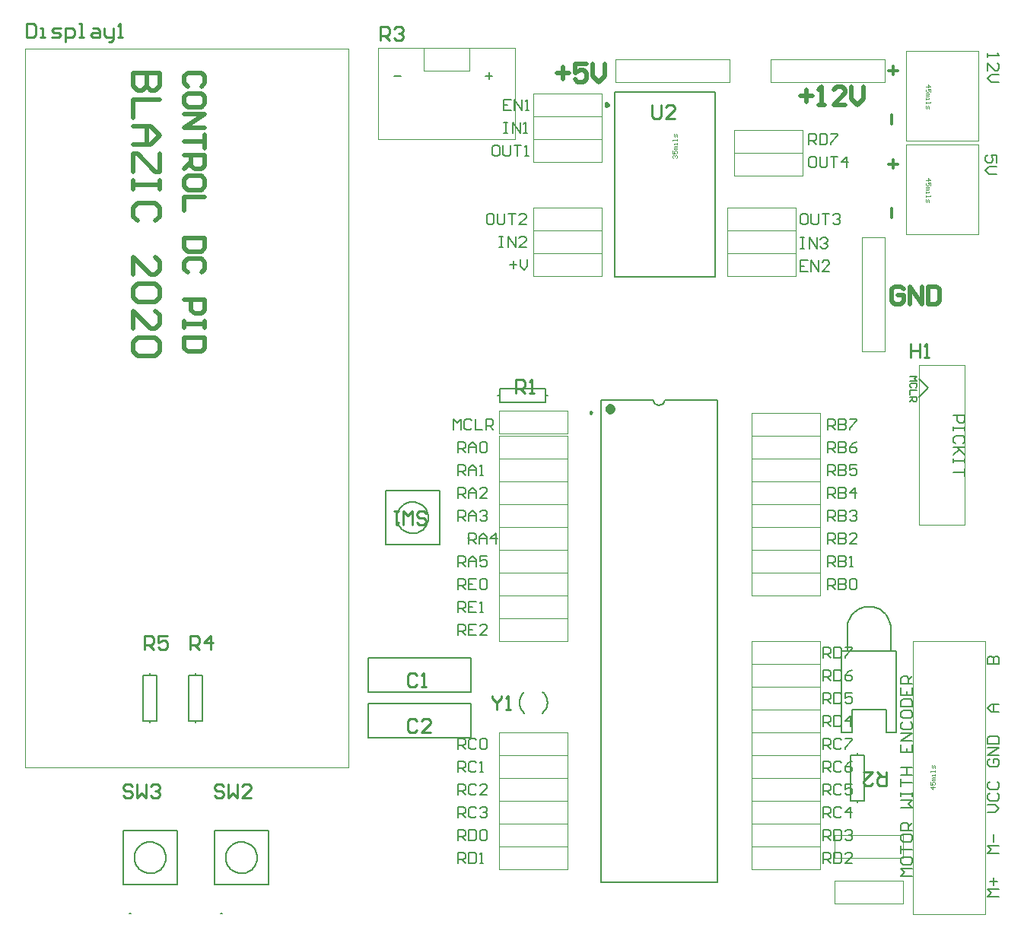
<source format=gto>
G04*
G04 #@! TF.GenerationSoftware,Altium Limited,Altium Designer,18.1.7 (191)*
G04*
G04 Layer_Color=65535*
%FSLAX25Y25*%
%MOIN*%
G70*
G01*
G75*
%ADD10C,0.01500*%
%ADD11C,0.00500*%
%ADD12C,0.00787*%
%ADD13C,0.02362*%
%ADD14C,0.00984*%
%ADD15C,0.00700*%
%ADD16C,0.00394*%
%ADD17C,0.01968*%
%ADD18C,0.00400*%
%ADD19C,0.01181*%
%ADD20C,0.01000*%
D10*
X220500Y365000D02*
X219750Y365433D01*
Y364567D01*
X220500Y365000D01*
D11*
X66890Y35000D02*
X66816Y36003D01*
X66598Y36985D01*
X66238Y37924D01*
X65746Y38802D01*
X65131Y39598D01*
X64407Y40296D01*
X63589Y40881D01*
X62695Y41341D01*
X61743Y41666D01*
X60754Y41848D01*
X59748Y41885D01*
X58749Y41775D01*
X57775Y41521D01*
X56850Y41127D01*
X55991Y40603D01*
X55218Y39960D01*
X54547Y39211D01*
X53992Y38372D01*
X53565Y37461D01*
X53275Y36498D01*
X53129Y35503D01*
Y34497D01*
X53275Y33502D01*
X53565Y32539D01*
X53992Y31628D01*
X54547Y30789D01*
X55218Y30040D01*
X55991Y29397D01*
X56850Y28873D01*
X57775Y28479D01*
X58749Y28225D01*
X59748Y28115D01*
X60754Y28152D01*
X61743Y28334D01*
X62695Y28659D01*
X63589Y29119D01*
X64407Y29704D01*
X65131Y30402D01*
X65746Y31198D01*
X66238Y32076D01*
X66598Y33015D01*
X66816Y33997D01*
X66890Y35000D01*
X26890D02*
X26816Y36003D01*
X26598Y36985D01*
X26238Y37924D01*
X25746Y38802D01*
X25131Y39598D01*
X24407Y40296D01*
X23589Y40881D01*
X22695Y41341D01*
X21743Y41666D01*
X20753Y41848D01*
X19748Y41885D01*
X18749Y41775D01*
X17775Y41521D01*
X16850Y41127D01*
X15991Y40603D01*
X15218Y39960D01*
X14547Y39211D01*
X13992Y38372D01*
X13565Y37461D01*
X13275Y36498D01*
X13129Y35503D01*
Y34497D01*
X13275Y33502D01*
X13565Y32539D01*
X13992Y31628D01*
X14547Y30789D01*
X15218Y30040D01*
X15991Y29397D01*
X16850Y28873D01*
X17775Y28479D01*
X18749Y28225D01*
X19748Y28115D01*
X20754Y28152D01*
X21743Y28334D01*
X22695Y28659D01*
X23589Y29119D01*
X24407Y29704D01*
X25131Y30402D01*
X25746Y31198D01*
X26238Y32076D01*
X26598Y33015D01*
X26816Y33997D01*
X26890Y35000D01*
X344500Y135500D02*
X344448Y136493D01*
X344292Y137475D01*
X344035Y138436D01*
X343679Y139364D01*
X343227Y140250D01*
X342686Y141084D01*
X342060Y141857D01*
X341357Y142560D01*
X340584Y143186D01*
X339750Y143727D01*
X338864Y144179D01*
X337936Y144535D01*
X336975Y144792D01*
X335993Y144948D01*
X335000Y145000D01*
X334007Y144948D01*
X333025Y144792D01*
X332064Y144535D01*
X331136Y144179D01*
X330250Y143727D01*
X329416Y143186D01*
X328643Y142560D01*
X327940Y141857D01*
X327314Y141084D01*
X326773Y140250D01*
X326321Y139364D01*
X325965Y138436D01*
X325708Y137475D01*
X325552Y136493D01*
X325500Y135500D01*
X141890Y184000D02*
X141816Y185003D01*
X141598Y185985D01*
X141238Y186924D01*
X140746Y187802D01*
X140131Y188598D01*
X139407Y189296D01*
X138589Y189881D01*
X137695Y190341D01*
X136743Y190666D01*
X135754Y190848D01*
X134748Y190885D01*
X133749Y190775D01*
X132775Y190521D01*
X131850Y190127D01*
X130991Y189603D01*
X130218Y188960D01*
X129547Y188211D01*
X128992Y187372D01*
X128565Y186461D01*
X128275Y185498D01*
X128129Y184503D01*
Y183497D01*
X128275Y182502D01*
X128565Y181539D01*
X128992Y180628D01*
X129547Y179789D01*
X130218Y179040D01*
X130991Y178397D01*
X131850Y177873D01*
X132775Y177479D01*
X133749Y177225D01*
X134748Y177115D01*
X135754Y177152D01*
X136743Y177334D01*
X137695Y177659D01*
X138589Y178119D01*
X139407Y178704D01*
X140131Y179402D01*
X140746Y180199D01*
X141238Y181076D01*
X141598Y182015D01*
X141816Y182997D01*
X141890Y184000D01*
X48189Y23189D02*
X71811D01*
X48189D02*
Y46811D01*
X71811D01*
Y23189D02*
Y46811D01*
X8189Y23189D02*
X31811D01*
X8189D02*
Y46811D01*
X31811D01*
Y23189D02*
Y46811D01*
X347000Y90000D02*
Y125500D01*
X323000D02*
X347000D01*
X323000Y90000D02*
Y125500D01*
X344500D02*
Y135500D01*
X325500Y125500D02*
Y135500D01*
X342500Y90000D02*
X347000D01*
X342500D02*
Y100000D01*
X327500D02*
X342500D01*
X327500Y90000D02*
Y100000D01*
X323000Y90000D02*
X327500D01*
X357000Y245000D02*
X361000Y241000D01*
X357000Y237000D02*
X361000Y241000D01*
X146811Y172189D02*
Y195811D01*
X123189Y172189D02*
X146811D01*
X123189D02*
Y195811D01*
X146811D01*
D12*
X51535Y10394D02*
X50748D01*
X51535D01*
X11535D02*
X10748D01*
X11535D01*
X183976Y107548D02*
X183252Y106794D01*
X182667Y105927D01*
X182239Y104973D01*
X181980Y103961D01*
X181898Y102918D01*
X181994Y101877D01*
X182268Y100868D01*
X182709Y99920D01*
X183306Y99062D01*
X184040Y98318D01*
X191960Y98357D02*
X192694Y99101D01*
X193291Y99960D01*
X193732Y100907D01*
X194006Y101917D01*
X194102Y102958D01*
X194020Y104000D01*
X193761Y105013D01*
X193333Y105966D01*
X192748Y106833D01*
X192024Y107588D01*
X160000Y175142D02*
X159213D01*
X160000D01*
X240500Y235709D02*
X240690Y234752D01*
X241232Y233941D01*
X242043Y233399D01*
X243000Y233209D01*
X243957Y233399D01*
X244768Y233941D01*
X245310Y234752D01*
X245500Y235709D01*
X40000Y95000D02*
X43000D01*
Y115000D01*
X37000D02*
X43000D01*
X37000Y95000D02*
Y115000D01*
Y95000D02*
X40000D01*
Y115000D02*
Y115900D01*
Y94100D02*
Y95000D01*
X17000Y115000D02*
X20000D01*
X17000Y95000D02*
Y115000D01*
Y95000D02*
X23000D01*
Y115000D01*
X20000D02*
X23000D01*
X20000Y94100D02*
Y95000D01*
Y115000D02*
Y115900D01*
X327000Y80000D02*
X330000D01*
X327000Y60000D02*
Y80000D01*
Y60000D02*
X333000D01*
Y80000D01*
X330000D02*
X333000D01*
X330000Y59100D02*
Y60000D01*
Y80000D02*
Y80900D01*
X160500Y87500D02*
Y102500D01*
X115500Y87500D02*
X160500D01*
X115500D02*
Y102500D01*
X160500D01*
Y107500D02*
Y122500D01*
X115500Y107500D02*
X160500D01*
X115500D02*
Y122500D01*
X160500D01*
X193189Y237709D02*
Y240709D01*
X173189D02*
X193189D01*
X173189Y234709D02*
Y240709D01*
Y234709D02*
X193189D01*
Y237709D01*
X172289D02*
X173189D01*
X193189D02*
X194089D01*
X217606Y24291D02*
X268394D01*
X245500Y235709D02*
X268394D01*
X217606D02*
X240500D01*
X268394Y24291D02*
Y235709D01*
X217606Y24291D02*
Y235709D01*
X155000Y32500D02*
Y37223D01*
X157361D01*
X158149Y36436D01*
Y34861D01*
X157361Y34074D01*
X155000D01*
X156574D02*
X158149Y32500D01*
X159723Y37223D02*
Y32500D01*
X162084D01*
X162872Y33287D01*
Y36436D01*
X162084Y37223D01*
X159723D01*
X164446Y32500D02*
X166020D01*
X165233D01*
Y37223D01*
X164446Y36436D01*
X155000Y42500D02*
Y47223D01*
X157361D01*
X158149Y46436D01*
Y44861D01*
X157361Y44074D01*
X155000D01*
X156574D02*
X158149Y42500D01*
X159723Y47223D02*
Y42500D01*
X162084D01*
X162872Y43287D01*
Y46436D01*
X162084Y47223D01*
X159723D01*
X164446Y46436D02*
X165233Y47223D01*
X166807D01*
X167594Y46436D01*
Y43287D01*
X166807Y42500D01*
X165233D01*
X164446Y43287D01*
Y46436D01*
X155000Y52500D02*
Y57223D01*
X157361D01*
X158149Y56436D01*
Y54861D01*
X157361Y54074D01*
X155000D01*
X156574D02*
X158149Y52500D01*
X162872Y56436D02*
X162084Y57223D01*
X160510D01*
X159723Y56436D01*
Y53287D01*
X160510Y52500D01*
X162084D01*
X162872Y53287D01*
X164446Y56436D02*
X165233Y57223D01*
X166807D01*
X167594Y56436D01*
Y55649D01*
X166807Y54861D01*
X166020D01*
X166807D01*
X167594Y54074D01*
Y53287D01*
X166807Y52500D01*
X165233D01*
X164446Y53287D01*
X155000Y62500D02*
Y67223D01*
X157361D01*
X158149Y66436D01*
Y64861D01*
X157361Y64074D01*
X155000D01*
X156574D02*
X158149Y62500D01*
X162872Y66436D02*
X162084Y67223D01*
X160510D01*
X159723Y66436D01*
Y63287D01*
X160510Y62500D01*
X162084D01*
X162872Y63287D01*
X167594Y62500D02*
X164446D01*
X167594Y65649D01*
Y66436D01*
X166807Y67223D01*
X165233D01*
X164446Y66436D01*
X155000Y72500D02*
Y77223D01*
X157361D01*
X158149Y76436D01*
Y74861D01*
X157361Y74074D01*
X155000D01*
X156574D02*
X158149Y72500D01*
X162872Y76436D02*
X162084Y77223D01*
X160510D01*
X159723Y76436D01*
Y73287D01*
X160510Y72500D01*
X162084D01*
X162872Y73287D01*
X164446Y72500D02*
X166020D01*
X165233D01*
Y77223D01*
X164446Y76436D01*
X155000Y82500D02*
Y87223D01*
X157361D01*
X158149Y86436D01*
Y84861D01*
X157361Y84074D01*
X155000D01*
X156574D02*
X158149Y82500D01*
X162872Y86436D02*
X162084Y87223D01*
X160510D01*
X159723Y86436D01*
Y83287D01*
X160510Y82500D01*
X162084D01*
X162872Y83287D01*
X164446Y86436D02*
X165233Y87223D01*
X166807D01*
X167594Y86436D01*
Y83287D01*
X166807Y82500D01*
X165233D01*
X164446Y83287D01*
Y86436D01*
X155000Y132500D02*
Y137223D01*
X157361D01*
X158149Y136436D01*
Y134861D01*
X157361Y134074D01*
X155000D01*
X156574D02*
X158149Y132500D01*
X162872Y137223D02*
X159723D01*
Y132500D01*
X162872D01*
X159723Y134861D02*
X161297D01*
X167594Y132500D02*
X164446D01*
X167594Y135649D01*
Y136436D01*
X166807Y137223D01*
X165233D01*
X164446Y136436D01*
X155000Y142500D02*
Y147223D01*
X157361D01*
X158149Y146436D01*
Y144861D01*
X157361Y144074D01*
X155000D01*
X156574D02*
X158149Y142500D01*
X162872Y147223D02*
X159723D01*
Y142500D01*
X162872D01*
X159723Y144861D02*
X161297D01*
X164446Y142500D02*
X166020D01*
X165233D01*
Y147223D01*
X164446Y146436D01*
X155000Y152500D02*
Y157223D01*
X157361D01*
X158149Y156436D01*
Y154861D01*
X157361Y154074D01*
X155000D01*
X156574D02*
X158149Y152500D01*
X162872Y157223D02*
X159723D01*
Y152500D01*
X162872D01*
X159723Y154861D02*
X161297D01*
X164446Y156436D02*
X165233Y157223D01*
X166807D01*
X167594Y156436D01*
Y153287D01*
X166807Y152500D01*
X165233D01*
X164446Y153287D01*
Y156436D01*
X155000Y162500D02*
Y167223D01*
X157361D01*
X158149Y166436D01*
Y164861D01*
X157361Y164074D01*
X155000D01*
X156574D02*
X158149Y162500D01*
X159723D02*
Y165649D01*
X161297Y167223D01*
X162872Y165649D01*
Y162500D01*
Y164861D01*
X159723D01*
X167594Y167223D02*
X164446D01*
Y164861D01*
X166020Y165649D01*
X166807D01*
X167594Y164861D01*
Y163287D01*
X166807Y162500D01*
X165233D01*
X164446Y163287D01*
X159606Y172500D02*
Y177223D01*
X161968D01*
X162755Y176436D01*
Y174861D01*
X161968Y174074D01*
X159606D01*
X161181D02*
X162755Y172500D01*
X164329D02*
Y175649D01*
X165903Y177223D01*
X167478Y175649D01*
Y172500D01*
Y174861D01*
X164329D01*
X171414Y172500D02*
Y177223D01*
X169052Y174861D01*
X172201D01*
X155000Y182500D02*
Y187223D01*
X157361D01*
X158149Y186436D01*
Y184861D01*
X157361Y184074D01*
X155000D01*
X156574D02*
X158149Y182500D01*
X159723D02*
Y185649D01*
X161297Y187223D01*
X162872Y185649D01*
Y182500D01*
Y184861D01*
X159723D01*
X164446Y186436D02*
X165233Y187223D01*
X166807D01*
X167594Y186436D01*
Y185649D01*
X166807Y184861D01*
X166020D01*
X166807D01*
X167594Y184074D01*
Y183287D01*
X166807Y182500D01*
X165233D01*
X164446Y183287D01*
X155000Y192500D02*
Y197223D01*
X157361D01*
X158149Y196436D01*
Y194861D01*
X157361Y194074D01*
X155000D01*
X156574D02*
X158149Y192500D01*
X159723D02*
Y195649D01*
X161297Y197223D01*
X162872Y195649D01*
Y192500D01*
Y194861D01*
X159723D01*
X167594Y192500D02*
X164446D01*
X167594Y195649D01*
Y196436D01*
X166807Y197223D01*
X165233D01*
X164446Y196436D01*
X155000Y202500D02*
Y207223D01*
X157361D01*
X158149Y206436D01*
Y204861D01*
X157361Y204074D01*
X155000D01*
X156574D02*
X158149Y202500D01*
X159723D02*
Y205649D01*
X161297Y207223D01*
X162872Y205649D01*
Y202500D01*
Y204861D01*
X159723D01*
X164446Y202500D02*
X166020D01*
X165233D01*
Y207223D01*
X164446Y206436D01*
X155000Y212500D02*
Y217223D01*
X157361D01*
X158149Y216436D01*
Y214861D01*
X157361Y214074D01*
X155000D01*
X156574D02*
X158149Y212500D01*
X159723D02*
Y215649D01*
X161297Y217223D01*
X162872Y215649D01*
Y212500D01*
Y214861D01*
X159723D01*
X164446Y216436D02*
X165233Y217223D01*
X166807D01*
X167594Y216436D01*
Y213287D01*
X166807Y212500D01*
X165233D01*
X164446Y213287D01*
Y216436D01*
X153000Y222500D02*
Y227223D01*
X154574Y225649D01*
X156149Y227223D01*
Y222500D01*
X160872Y226436D02*
X160084Y227223D01*
X158510D01*
X157723Y226436D01*
Y223287D01*
X158510Y222500D01*
X160084D01*
X160872Y223287D01*
X162446Y227223D02*
Y222500D01*
X165594D01*
X167169D02*
Y227223D01*
X169530D01*
X170317Y226436D01*
Y224861D01*
X169530Y224074D01*
X167169D01*
X168743D02*
X170317Y222500D01*
X317000D02*
Y227223D01*
X319361D01*
X320149Y226436D01*
Y224861D01*
X319361Y224074D01*
X317000D01*
X318574D02*
X320149Y222500D01*
X321723Y227223D02*
Y222500D01*
X324084D01*
X324871Y223287D01*
Y224074D01*
X324084Y224861D01*
X321723D01*
X324084D01*
X324871Y225649D01*
Y226436D01*
X324084Y227223D01*
X321723D01*
X326446D02*
X329594D01*
Y226436D01*
X326446Y223287D01*
Y222500D01*
X317000Y212500D02*
Y217223D01*
X319361D01*
X320149Y216436D01*
Y214861D01*
X319361Y214074D01*
X317000D01*
X318574D02*
X320149Y212500D01*
X321723Y217223D02*
Y212500D01*
X324084D01*
X324871Y213287D01*
Y214074D01*
X324084Y214861D01*
X321723D01*
X324084D01*
X324871Y215649D01*
Y216436D01*
X324084Y217223D01*
X321723D01*
X329594D02*
X328020Y216436D01*
X326446Y214861D01*
Y213287D01*
X327233Y212500D01*
X328807D01*
X329594Y213287D01*
Y214074D01*
X328807Y214861D01*
X326446D01*
X317000Y202500D02*
Y207223D01*
X319361D01*
X320149Y206436D01*
Y204861D01*
X319361Y204074D01*
X317000D01*
X318574D02*
X320149Y202500D01*
X321723Y207223D02*
Y202500D01*
X324084D01*
X324871Y203287D01*
Y204074D01*
X324084Y204861D01*
X321723D01*
X324084D01*
X324871Y205649D01*
Y206436D01*
X324084Y207223D01*
X321723D01*
X329594D02*
X326446D01*
Y204861D01*
X328020Y205649D01*
X328807D01*
X329594Y204861D01*
Y203287D01*
X328807Y202500D01*
X327233D01*
X326446Y203287D01*
X317000Y192500D02*
Y197223D01*
X319361D01*
X320149Y196436D01*
Y194861D01*
X319361Y194074D01*
X317000D01*
X318574D02*
X320149Y192500D01*
X321723Y197223D02*
Y192500D01*
X324084D01*
X324871Y193287D01*
Y194074D01*
X324084Y194861D01*
X321723D01*
X324084D01*
X324871Y195649D01*
Y196436D01*
X324084Y197223D01*
X321723D01*
X328807Y192500D02*
Y197223D01*
X326446Y194861D01*
X329594D01*
X317000Y182500D02*
Y187223D01*
X319361D01*
X320149Y186436D01*
Y184861D01*
X319361Y184074D01*
X317000D01*
X318574D02*
X320149Y182500D01*
X321723Y187223D02*
Y182500D01*
X324084D01*
X324871Y183287D01*
Y184074D01*
X324084Y184861D01*
X321723D01*
X324084D01*
X324871Y185649D01*
Y186436D01*
X324084Y187223D01*
X321723D01*
X326446Y186436D02*
X327233Y187223D01*
X328807D01*
X329594Y186436D01*
Y185649D01*
X328807Y184861D01*
X328020D01*
X328807D01*
X329594Y184074D01*
Y183287D01*
X328807Y182500D01*
X327233D01*
X326446Y183287D01*
X317000Y172500D02*
Y177223D01*
X319361D01*
X320149Y176436D01*
Y174861D01*
X319361Y174074D01*
X317000D01*
X318574D02*
X320149Y172500D01*
X321723Y177223D02*
Y172500D01*
X324084D01*
X324871Y173287D01*
Y174074D01*
X324084Y174861D01*
X321723D01*
X324084D01*
X324871Y175649D01*
Y176436D01*
X324084Y177223D01*
X321723D01*
X329594Y172500D02*
X326446D01*
X329594Y175649D01*
Y176436D01*
X328807Y177223D01*
X327233D01*
X326446Y176436D01*
X317000Y162500D02*
Y167223D01*
X319361D01*
X320149Y166436D01*
Y164861D01*
X319361Y164074D01*
X317000D01*
X318574D02*
X320149Y162500D01*
X321723Y167223D02*
Y162500D01*
X324084D01*
X324871Y163287D01*
Y164074D01*
X324084Y164861D01*
X321723D01*
X324084D01*
X324871Y165649D01*
Y166436D01*
X324084Y167223D01*
X321723D01*
X326446Y162500D02*
X328020D01*
X327233D01*
Y167223D01*
X326446Y166436D01*
X317000Y152500D02*
Y157223D01*
X319361D01*
X320149Y156436D01*
Y154861D01*
X319361Y154074D01*
X317000D01*
X318574D02*
X320149Y152500D01*
X321723Y157223D02*
Y152500D01*
X324084D01*
X324871Y153287D01*
Y154074D01*
X324084Y154861D01*
X321723D01*
X324084D01*
X324871Y155649D01*
Y156436D01*
X324084Y157223D01*
X321723D01*
X326446Y156436D02*
X327233Y157223D01*
X328807D01*
X329594Y156436D01*
Y153287D01*
X328807Y152500D01*
X327233D01*
X326446Y153287D01*
Y156436D01*
X315000Y32500D02*
Y37223D01*
X317361D01*
X318149Y36436D01*
Y34861D01*
X317361Y34074D01*
X315000D01*
X316574D02*
X318149Y32500D01*
X319723Y37223D02*
Y32500D01*
X322084D01*
X322871Y33287D01*
Y36436D01*
X322084Y37223D01*
X319723D01*
X327594Y32500D02*
X324446D01*
X327594Y35649D01*
Y36436D01*
X326807Y37223D01*
X325233D01*
X324446Y36436D01*
X315000Y42500D02*
Y47223D01*
X317361D01*
X318149Y46436D01*
Y44861D01*
X317361Y44074D01*
X315000D01*
X316574D02*
X318149Y42500D01*
X319723Y47223D02*
Y42500D01*
X322084D01*
X322871Y43287D01*
Y46436D01*
X322084Y47223D01*
X319723D01*
X324446Y46436D02*
X325233Y47223D01*
X326807D01*
X327594Y46436D01*
Y45649D01*
X326807Y44861D01*
X326020D01*
X326807D01*
X327594Y44074D01*
Y43287D01*
X326807Y42500D01*
X325233D01*
X324446Y43287D01*
X315000Y52500D02*
Y57223D01*
X317361D01*
X318149Y56436D01*
Y54861D01*
X317361Y54074D01*
X315000D01*
X316574D02*
X318149Y52500D01*
X322871Y56436D02*
X322084Y57223D01*
X320510D01*
X319723Y56436D01*
Y53287D01*
X320510Y52500D01*
X322084D01*
X322871Y53287D01*
X326807Y52500D02*
Y57223D01*
X324446Y54861D01*
X327594D01*
X315000Y62500D02*
Y67223D01*
X317361D01*
X318149Y66436D01*
Y64861D01*
X317361Y64074D01*
X315000D01*
X316574D02*
X318149Y62500D01*
X322871Y66436D02*
X322084Y67223D01*
X320510D01*
X319723Y66436D01*
Y63287D01*
X320510Y62500D01*
X322084D01*
X322871Y63287D01*
X327594Y67223D02*
X324446D01*
Y64861D01*
X326020Y65649D01*
X326807D01*
X327594Y64861D01*
Y63287D01*
X326807Y62500D01*
X325233D01*
X324446Y63287D01*
X315000Y72500D02*
Y77223D01*
X317361D01*
X318149Y76436D01*
Y74861D01*
X317361Y74074D01*
X315000D01*
X316574D02*
X318149Y72500D01*
X322871Y76436D02*
X322084Y77223D01*
X320510D01*
X319723Y76436D01*
Y73287D01*
X320510Y72500D01*
X322084D01*
X322871Y73287D01*
X327594Y77223D02*
X326020Y76436D01*
X324446Y74861D01*
Y73287D01*
X325233Y72500D01*
X326807D01*
X327594Y73287D01*
Y74074D01*
X326807Y74861D01*
X324446D01*
X315000Y82500D02*
Y87223D01*
X317361D01*
X318149Y86436D01*
Y84861D01*
X317361Y84074D01*
X315000D01*
X316574D02*
X318149Y82500D01*
X322871Y86436D02*
X322084Y87223D01*
X320510D01*
X319723Y86436D01*
Y83287D01*
X320510Y82500D01*
X322084D01*
X322871Y83287D01*
X324446Y87223D02*
X327594D01*
Y86436D01*
X324446Y83287D01*
Y82500D01*
X315000Y92500D02*
Y97223D01*
X317361D01*
X318149Y96436D01*
Y94861D01*
X317361Y94074D01*
X315000D01*
X316574D02*
X318149Y92500D01*
X319723Y97223D02*
Y92500D01*
X322084D01*
X322871Y93287D01*
Y96436D01*
X322084Y97223D01*
X319723D01*
X326807Y92500D02*
Y97223D01*
X324446Y94861D01*
X327594D01*
X315000Y102500D02*
Y107223D01*
X317361D01*
X318149Y106436D01*
Y104861D01*
X317361Y104074D01*
X315000D01*
X316574D02*
X318149Y102500D01*
X319723Y107223D02*
Y102500D01*
X322084D01*
X322871Y103287D01*
Y106436D01*
X322084Y107223D01*
X319723D01*
X327594D02*
X324446D01*
Y104861D01*
X326020Y105649D01*
X326807D01*
X327594Y104861D01*
Y103287D01*
X326807Y102500D01*
X325233D01*
X324446Y103287D01*
X315000Y112500D02*
Y117223D01*
X317361D01*
X318149Y116436D01*
Y114861D01*
X317361Y114074D01*
X315000D01*
X316574D02*
X318149Y112500D01*
X319723Y117223D02*
Y112500D01*
X322084D01*
X322871Y113287D01*
Y116436D01*
X322084Y117223D01*
X319723D01*
X327594D02*
X326020Y116436D01*
X324446Y114861D01*
Y113287D01*
X325233Y112500D01*
X326807D01*
X327594Y113287D01*
Y114074D01*
X326807Y114861D01*
X324446D01*
X315000Y122500D02*
Y127223D01*
X317361D01*
X318149Y126436D01*
Y124861D01*
X317361Y124074D01*
X315000D01*
X316574D02*
X318149Y122500D01*
X319723Y127223D02*
Y122500D01*
X322084D01*
X322871Y123287D01*
Y126436D01*
X322084Y127223D01*
X319723D01*
X324446D02*
X327594D01*
Y126436D01*
X324446Y123287D01*
Y122500D01*
X308698Y347500D02*
Y352223D01*
X311060D01*
X311847Y351436D01*
Y349861D01*
X311060Y349074D01*
X308698D01*
X310273D02*
X311847Y347500D01*
X313421Y352223D02*
Y347500D01*
X315783D01*
X316570Y348287D01*
Y351436D01*
X315783Y352223D01*
X313421D01*
X318144D02*
X321293D01*
Y351436D01*
X318144Y348287D01*
Y347500D01*
X311060Y342223D02*
X309486D01*
X308698Y341436D01*
Y338287D01*
X309486Y337500D01*
X311060D01*
X311847Y338287D01*
Y341436D01*
X311060Y342223D01*
X313421D02*
Y338287D01*
X314208Y337500D01*
X315783D01*
X316570Y338287D01*
Y342223D01*
X318144D02*
X321293D01*
X319718D01*
Y337500D01*
X325229D02*
Y342223D01*
X322867Y339861D01*
X326016D01*
X307361Y317223D02*
X305787D01*
X305000Y316436D01*
Y313287D01*
X305787Y312500D01*
X307361D01*
X308149Y313287D01*
Y316436D01*
X307361Y317223D01*
X309723D02*
Y313287D01*
X310510Y312500D01*
X312084D01*
X312872Y313287D01*
Y317223D01*
X314446D02*
X317594D01*
X316020D01*
Y312500D01*
X319169Y316436D02*
X319956Y317223D01*
X321530D01*
X322317Y316436D01*
Y315649D01*
X321530Y314861D01*
X320743D01*
X321530D01*
X322317Y314074D01*
Y313287D01*
X321530Y312500D01*
X319956D01*
X319169Y313287D01*
X305000Y306723D02*
X306574D01*
X305787D01*
Y302000D01*
X305000D01*
X306574D01*
X308936D02*
Y306723D01*
X312084Y302000D01*
Y306723D01*
X313659Y305936D02*
X314446Y306723D01*
X316020D01*
X316807Y305936D01*
Y305149D01*
X316020Y304361D01*
X315233D01*
X316020D01*
X316807Y303574D01*
Y302787D01*
X316020Y302000D01*
X314446D01*
X313659Y302787D01*
X308149Y296723D02*
X305000D01*
Y292000D01*
X308149D01*
X305000Y294361D02*
X306574D01*
X309723Y292000D02*
Y296723D01*
X312872Y292000D01*
Y296723D01*
X317594Y292000D02*
X314446D01*
X317594Y295149D01*
Y295936D01*
X316807Y296723D01*
X315233D01*
X314446Y295936D01*
X177500Y294861D02*
X180649D01*
X179074Y296436D02*
Y293287D01*
X182223Y297223D02*
Y294074D01*
X183797Y292500D01*
X185371Y294074D01*
Y297223D01*
X173000Y307223D02*
X174574D01*
X173787D01*
Y302500D01*
X173000D01*
X174574D01*
X176936D02*
Y307223D01*
X180084Y302500D01*
Y307223D01*
X184807Y302500D02*
X181659D01*
X184807Y305649D01*
Y306436D01*
X184020Y307223D01*
X182446D01*
X181659Y306436D01*
X169861Y317223D02*
X168287D01*
X167500Y316436D01*
Y313287D01*
X168287Y312500D01*
X169861D01*
X170649Y313287D01*
Y316436D01*
X169861Y317223D01*
X172223D02*
Y313287D01*
X173010Y312500D01*
X174584D01*
X175372Y313287D01*
Y317223D01*
X176946D02*
X180094D01*
X178520D01*
Y312500D01*
X184817D02*
X181669D01*
X184817Y315649D01*
Y316436D01*
X184030Y317223D01*
X182456D01*
X181669Y316436D01*
X172361Y347223D02*
X170787D01*
X170000Y346436D01*
Y343287D01*
X170787Y342500D01*
X172361D01*
X173149Y343287D01*
Y346436D01*
X172361Y347223D01*
X174723D02*
Y343287D01*
X175510Y342500D01*
X177084D01*
X177872Y343287D01*
Y347223D01*
X179446D02*
X182594D01*
X181020D01*
Y342500D01*
X184169D02*
X185743D01*
X184956D01*
Y347223D01*
X184169Y346436D01*
X175000Y357223D02*
X176574D01*
X175787D01*
Y352500D01*
X175000D01*
X176574D01*
X178936D02*
Y357223D01*
X182084Y352500D01*
Y357223D01*
X183659Y352500D02*
X185233D01*
X184446D01*
Y357223D01*
X183659Y356436D01*
X178149Y367223D02*
X175000D01*
Y362500D01*
X178149D01*
X175000Y364861D02*
X176574D01*
X179723Y362500D02*
Y367223D01*
X182871Y362500D01*
Y367223D01*
X184446Y362500D02*
X186020D01*
X185233D01*
Y367223D01*
X184446Y366436D01*
X170000Y377639D02*
X166851D01*
X168426Y376064D02*
Y379213D01*
X130000Y377639D02*
X126851D01*
D13*
X222724Y231772D02*
X222280Y232695D01*
X221281Y232923D01*
X220479Y232284D01*
Y231259D01*
X221281Y230620D01*
X222280Y230848D01*
X222724Y231772D01*
D14*
X213492Y230118D02*
X212754Y230544D01*
Y229692D01*
X213492Y230118D01*
D15*
X223500Y289500D02*
Y370500D01*
Y289500D02*
X267500D01*
Y370500D01*
X223500D02*
X267500D01*
X387835Y78332D02*
X387002Y77499D01*
Y75833D01*
X387835Y75000D01*
X391167D01*
X392000Y75833D01*
Y77499D01*
X391167Y78332D01*
X389501D01*
Y76666D01*
X392000Y79998D02*
X387002D01*
X392000Y83331D01*
X387002D01*
Y84997D02*
X392000D01*
Y87496D01*
X391167Y88329D01*
X387835D01*
X387002Y87496D01*
Y84997D01*
Y120000D02*
X392000D01*
Y122499D01*
X391167Y123332D01*
X390334D01*
X389501Y122499D01*
Y120000D01*
Y122499D01*
X388668Y123332D01*
X387835D01*
X387002Y122499D01*
Y120000D01*
X392000Y99000D02*
X388668D01*
X387002Y100666D01*
X388668Y102332D01*
X392000D01*
X389501D01*
Y99000D01*
X387002Y55000D02*
X390334D01*
X392000Y56666D01*
X390334Y58332D01*
X387002D01*
X387835Y63331D02*
X387002Y62498D01*
Y60831D01*
X387835Y59998D01*
X391167D01*
X392000Y60831D01*
Y62498D01*
X391167Y63331D01*
X387835Y68329D02*
X387002Y67496D01*
Y65830D01*
X387835Y64997D01*
X391167D01*
X392000Y65830D01*
Y67496D01*
X391167Y68329D01*
X392000Y37000D02*
X387002D01*
X388668Y38666D01*
X387002Y40332D01*
X392000D01*
X389501Y41998D02*
Y45331D01*
X392000Y18000D02*
X387002D01*
X388668Y19666D01*
X387002Y21332D01*
X392000D01*
X389501Y22998D02*
Y26331D01*
X387835Y24665D02*
X391167D01*
X354000Y27000D02*
X349002D01*
X350668Y28666D01*
X349002Y30332D01*
X354000D01*
X349002Y34498D02*
Y32831D01*
X349835Y31998D01*
X353167D01*
X354000Y32831D01*
Y34498D01*
X353167Y35331D01*
X349835D01*
X349002Y34498D01*
Y36997D02*
Y40329D01*
Y38663D01*
X354000D01*
X349002Y44494D02*
Y42828D01*
X349835Y41995D01*
X353167D01*
X354000Y42828D01*
Y44494D01*
X353167Y45327D01*
X349835D01*
X349002Y44494D01*
X354000Y46993D02*
X349002D01*
Y49493D01*
X349835Y50326D01*
X351501D01*
X352334Y49493D01*
Y46993D01*
Y48660D02*
X354000Y50326D01*
X349002Y56990D02*
X354000D01*
X352334Y58656D01*
X354000Y60322D01*
X349002D01*
Y61989D02*
Y63655D01*
Y62822D01*
X354000D01*
Y61989D01*
Y63655D01*
X349002Y66154D02*
Y69486D01*
Y67820D01*
X354000D01*
X349002Y71152D02*
X354000D01*
X351501D01*
Y74485D01*
X349002D01*
X354000D01*
X349002Y84481D02*
Y81149D01*
X354000D01*
Y84481D01*
X351501Y81149D02*
Y82815D01*
X354000Y86147D02*
X349002D01*
X354000Y89480D01*
X349002D01*
X349835Y94478D02*
X349002Y93645D01*
Y91979D01*
X349835Y91146D01*
X353167D01*
X354000Y91979D01*
Y93645D01*
X353167Y94478D01*
X349002Y98643D02*
Y96977D01*
X349835Y96144D01*
X353167D01*
X354000Y96977D01*
Y98643D01*
X353167Y99476D01*
X349835D01*
X349002Y98643D01*
Y101143D02*
X354000D01*
Y103642D01*
X353167Y104475D01*
X349835D01*
X349002Y103642D01*
Y101143D01*
Y109473D02*
Y106141D01*
X354000D01*
Y109473D01*
X351501Y106141D02*
Y107807D01*
X354000Y111139D02*
X349002D01*
Y113639D01*
X349835Y114472D01*
X351501D01*
X352334Y113639D01*
Y111139D01*
Y112805D02*
X354000Y114472D01*
X390998Y339668D02*
Y343000D01*
X388499D01*
X389332Y341334D01*
Y340501D01*
X388499Y339668D01*
X386833D01*
X386000Y340501D01*
Y342167D01*
X386833Y343000D01*
X390998Y338002D02*
X387666D01*
X386000Y336335D01*
X387666Y334669D01*
X390998D01*
X387000Y387500D02*
Y385834D01*
Y386667D01*
X391998D01*
X391165Y387500D01*
X387000Y380002D02*
Y383335D01*
X390332Y380002D01*
X391165D01*
X391998Y380836D01*
Y382502D01*
X391165Y383335D01*
X391998Y378336D02*
X388666D01*
X387000Y376670D01*
X388666Y375004D01*
X391998D01*
X353000Y246000D02*
X355999D01*
X354999Y245000D01*
X355999Y244001D01*
X353000D01*
X355499Y241002D02*
X355999Y241501D01*
Y242501D01*
X355499Y243001D01*
X353500D01*
X353000Y242501D01*
Y241501D01*
X353500Y241002D01*
X355999Y240002D02*
X353000D01*
Y238003D01*
Y237003D02*
X355999D01*
Y235503D01*
X355499Y235004D01*
X354500D01*
X354000Y235503D01*
Y237003D01*
Y236003D02*
X353000Y235004D01*
X372000Y229000D02*
X376998D01*
Y226501D01*
X376165Y225668D01*
X374499D01*
X373666Y226501D01*
Y229000D01*
X376998Y224002D02*
Y222336D01*
Y223169D01*
X372000D01*
Y224002D01*
Y222336D01*
X376165Y216504D02*
X376998Y217337D01*
Y219003D01*
X376165Y219836D01*
X372833D01*
X372000Y219003D01*
Y217337D01*
X372833Y216504D01*
X376998Y214838D02*
X372000D01*
X373666D01*
X376998Y211506D01*
X374499Y214005D01*
X372000Y211506D01*
X376998Y209840D02*
Y208173D01*
Y209007D01*
X372000D01*
Y209840D01*
Y208173D01*
X376998Y205674D02*
Y202342D01*
Y204008D01*
X372000D01*
D16*
X188000Y360000D02*
Y370000D01*
Y360000D02*
X218000D01*
Y370000D01*
X188000D02*
X218000D01*
X332000Y257000D02*
X342000D01*
Y307000D01*
X332000D02*
X342000D01*
X332000Y257000D02*
Y307000D01*
X-34890Y389496D02*
X106843D01*
X-34890Y74535D02*
Y389496D01*
Y74535D02*
X106843D01*
Y389496D01*
X180000Y350000D02*
Y390000D01*
X120000D02*
X180000D01*
X120000Y350000D02*
Y390000D01*
Y350000D02*
X180000D01*
X160000Y380000D02*
Y390000D01*
X140000Y380000D02*
X160000D01*
X140000D02*
Y390000D01*
X218000Y350000D02*
Y360000D01*
X188000D02*
X218000D01*
X188000Y350000D02*
Y360000D01*
Y350000D02*
X218000D01*
Y340000D02*
Y350000D01*
X188000D02*
X218000D01*
X188000Y340000D02*
Y350000D01*
Y340000D02*
X218000D01*
Y310000D02*
Y320000D01*
X188000D02*
X218000D01*
X188000Y310000D02*
Y320000D01*
Y310000D02*
X218000D01*
Y300000D02*
Y310000D01*
X188000D02*
X218000D01*
X188000Y300000D02*
Y310000D01*
Y300000D02*
X218000D01*
Y290000D02*
Y300000D01*
X188000D02*
X218000D01*
X188000Y290000D02*
Y300000D01*
Y290000D02*
X218000D01*
X306000Y344000D02*
Y354000D01*
X276000D02*
X306000D01*
X276000Y344000D02*
Y354000D01*
Y344000D02*
X306000D01*
Y334000D02*
Y344000D01*
X276000D02*
X306000D01*
X276000Y334000D02*
Y344000D01*
Y334000D02*
X306000D01*
X303000Y310000D02*
Y320000D01*
X273000D02*
X303000D01*
X273000Y310000D02*
Y320000D01*
Y310000D02*
X303000D01*
Y300000D02*
Y310000D01*
X273000D02*
X303000D01*
X273000Y300000D02*
Y310000D01*
Y300000D02*
X303000D01*
Y290000D02*
Y300000D01*
X273000D02*
X303000D01*
X273000Y290000D02*
Y300000D01*
Y290000D02*
X303000D01*
X342000Y375000D02*
Y385000D01*
X292000D02*
X342000D01*
X292000Y375000D02*
Y385000D01*
Y375000D02*
X342000D01*
X274000D02*
Y385000D01*
X224000D02*
X274000D01*
X224000Y375000D02*
Y385000D01*
Y375000D02*
X274000D01*
X354252Y130000D02*
X385748D01*
X354252Y30000D02*
Y130000D01*
X385748Y10315D02*
Y130000D01*
X354252Y10315D02*
X385748D01*
X354252D02*
Y30000D01*
X350000Y15000D02*
Y25000D01*
X320000D02*
X350000D01*
X320000Y15000D02*
Y25000D01*
Y15000D02*
X350000D01*
Y35000D02*
Y45000D01*
X320000D02*
X350000D01*
X320000Y35000D02*
Y45000D01*
Y35000D02*
X350000D01*
X382748Y328000D02*
Y347685D01*
X351252D02*
X382748D01*
X351252Y308315D02*
Y347685D01*
Y308315D02*
X382748D01*
Y328000D01*
Y369000D02*
Y388685D01*
X351252D02*
X382748D01*
X351252Y349315D02*
Y388685D01*
Y349315D02*
X382748D01*
Y369000D01*
X357000Y181000D02*
Y210500D01*
Y231500D02*
Y251000D01*
X377000D01*
X357000Y210500D02*
Y231500D01*
X357875Y181000D02*
X370625D01*
X377000D02*
Y251000D01*
X357000Y181000D02*
X357875D01*
X370625D02*
X377000D01*
X173000Y231000D02*
X203000D01*
Y221000D02*
Y231000D01*
X173000Y221000D02*
X203000D01*
X173000D02*
Y231000D01*
X283698Y210000D02*
X313698D01*
X283698D02*
Y220000D01*
X313698D01*
Y210000D02*
Y220000D01*
X283698D02*
X313698D01*
X283698D02*
Y230000D01*
X313698D01*
Y220000D02*
Y230000D01*
X173000Y70000D02*
X203000D01*
X173000D02*
Y80000D01*
X203000D01*
Y70000D02*
Y80000D01*
X173000Y200000D02*
X203000D01*
X173000D02*
Y210000D01*
X203000D01*
Y200000D02*
Y210000D01*
X173000Y40000D02*
X203000D01*
X173000D02*
Y50000D01*
X203000D01*
Y40000D02*
Y50000D01*
X173000Y60000D02*
X203000D01*
X173000D02*
Y70000D01*
X203000D01*
Y60000D02*
Y70000D01*
X173000Y190000D02*
X203000D01*
X173000D02*
Y200000D01*
X203000D01*
Y190000D02*
Y200000D01*
X173000Y30000D02*
X203000D01*
X173000D02*
Y40000D01*
X203000D01*
Y30000D02*
Y40000D01*
X173000Y50000D02*
X203000D01*
X173000D02*
Y60000D01*
X203000D01*
Y50000D02*
Y60000D01*
X173000Y180000D02*
X203000D01*
X173000D02*
Y190000D01*
X203000D01*
Y180000D02*
Y190000D01*
X283698Y30000D02*
X313698D01*
X283698D02*
Y40000D01*
X313698D01*
Y30000D02*
Y40000D01*
X283698Y50000D02*
X313698D01*
X283698D02*
Y60000D01*
X313698D01*
Y50000D02*
Y60000D01*
X173000Y170000D02*
X203000D01*
X173000D02*
Y180000D01*
X203000D01*
Y170000D02*
Y180000D01*
X283698Y40000D02*
X313698D01*
X283698D02*
Y50000D01*
X313698D01*
Y40000D02*
Y50000D01*
X283698Y60000D02*
X313698D01*
X283698D02*
Y70000D01*
X313698D01*
Y60000D02*
Y70000D01*
X173000Y160000D02*
X203000D01*
X173000D02*
Y170000D01*
X203000D01*
Y160000D02*
Y170000D01*
X283698Y90000D02*
X313698D01*
X283698D02*
Y100000D01*
X313698D01*
Y90000D02*
Y100000D01*
X283698Y70000D02*
X313698D01*
X283698D02*
Y80000D01*
X313698D01*
Y70000D02*
Y80000D01*
X283698Y150000D02*
X313698D01*
X283698D02*
Y160000D01*
X313698D01*
Y150000D02*
Y160000D01*
X283698Y100000D02*
X313698D01*
X283698D02*
Y110000D01*
X313698D01*
Y100000D02*
Y110000D01*
X283698Y80000D02*
X313698D01*
X283698D02*
Y90000D01*
X313698D01*
Y80000D02*
Y90000D01*
X283698Y160000D02*
X313698D01*
X283698D02*
Y170000D01*
X313698D01*
Y160000D02*
Y170000D01*
X283698Y110000D02*
X313698D01*
X283698D02*
Y120000D01*
X313698D01*
Y110000D02*
Y120000D01*
X283698Y170000D02*
X313698D01*
X283698D02*
Y180000D01*
X313698D01*
Y170000D02*
Y180000D01*
X283698Y120000D02*
X313698D01*
X283698D02*
Y130000D01*
X313698D01*
Y120000D02*
Y130000D01*
X283698Y180000D02*
X313698D01*
X283698D02*
Y190000D01*
X313698D01*
Y180000D02*
Y190000D01*
X173000Y150000D02*
X203000D01*
X173000D02*
Y160000D01*
X203000D01*
Y150000D02*
Y160000D01*
X283698Y190000D02*
X313698D01*
X283698D02*
Y200000D01*
X313698D01*
Y190000D02*
Y200000D01*
X173000Y140000D02*
X203000D01*
X173000D02*
Y150000D01*
X203000D01*
Y140000D02*
Y150000D01*
X283698Y200000D02*
X313698D01*
X283698D02*
Y210000D01*
X313698D01*
Y200000D02*
Y210000D01*
X173000Y130000D02*
X203000D01*
X173000D02*
Y140000D01*
X203000D01*
Y130000D02*
Y140000D01*
X173000Y80000D02*
X203000D01*
X173000D02*
Y90000D01*
X203000D01*
Y80000D02*
Y90000D01*
X173000Y210000D02*
X203000D01*
X173000D02*
Y220000D01*
X203000D01*
Y210000D02*
Y220000D01*
D17*
X42544Y372965D02*
X44052Y374474D01*
Y377491D01*
X42544Y379000D01*
X36509D01*
X35000Y377491D01*
Y374474D01*
X36509Y372965D01*
X44052Y365422D02*
Y368439D01*
X42544Y369948D01*
X36509D01*
X35000Y368439D01*
Y365422D01*
X36509Y363913D01*
X42544D01*
X44052Y365422D01*
X35000Y360896D02*
X44052D01*
X35000Y354861D01*
X44052D01*
Y351843D02*
Y345809D01*
Y348826D01*
X35000D01*
Y342791D02*
X44052D01*
Y338265D01*
X42544Y336756D01*
X39526D01*
X38017Y338265D01*
Y342791D01*
Y339774D02*
X35000Y336756D01*
X44052Y329213D02*
Y332230D01*
X42544Y333739D01*
X36509D01*
X35000Y332230D01*
Y329213D01*
X36509Y327704D01*
X42544D01*
X44052Y329213D01*
Y324687D02*
X35000D01*
Y318652D01*
X44052Y306582D02*
X35000D01*
Y302056D01*
X36509Y300548D01*
X42544D01*
X44052Y302056D01*
Y306582D01*
X42544Y291495D02*
X44052Y293004D01*
Y296022D01*
X42544Y297530D01*
X36509D01*
X35000Y296022D01*
Y293004D01*
X36509Y291495D01*
X35000Y279426D02*
X44052D01*
Y274900D01*
X42544Y273391D01*
X39526D01*
X38017Y274900D01*
Y279426D01*
X44052Y270374D02*
Y267356D01*
Y268865D01*
X35000D01*
Y270374D01*
Y267356D01*
X44052Y262830D02*
X35000D01*
Y258304D01*
X36509Y256795D01*
X42544D01*
X44052Y258304D01*
Y262830D01*
X24307Y379000D02*
X12500D01*
Y373096D01*
X14468Y371129D01*
X16436D01*
X18404Y373096D01*
Y379000D01*
Y373096D01*
X20371Y371129D01*
X22339D01*
X24307Y373096D01*
Y379000D01*
Y367193D02*
X12500D01*
Y359321D01*
Y355386D02*
X20371D01*
X24307Y351450D01*
X20371Y347514D01*
X12500D01*
X18404D01*
Y355386D01*
X24307Y343578D02*
Y335707D01*
X22339D01*
X14468Y343578D01*
X12500D01*
Y335707D01*
X24307Y331771D02*
Y327835D01*
Y329803D01*
X12500D01*
Y331771D01*
Y327835D01*
X22339Y314060D02*
X24307Y316028D01*
Y319964D01*
X22339Y321932D01*
X14468D01*
X12500Y319964D01*
Y316028D01*
X14468Y314060D01*
X12500Y290446D02*
Y298318D01*
X20371Y290446D01*
X22339D01*
X24307Y292414D01*
Y296350D01*
X22339Y298318D01*
Y286510D02*
X24307Y284542D01*
Y280607D01*
X22339Y278639D01*
X14468D01*
X12500Y280607D01*
Y284542D01*
X14468Y286510D01*
X22339D01*
X12500Y266832D02*
Y274703D01*
X20371Y266832D01*
X22339D01*
X24307Y268799D01*
Y272735D01*
X22339Y274703D01*
Y262896D02*
X24307Y260928D01*
Y256992D01*
X22339Y255024D01*
X14468D01*
X12500Y256992D01*
Y260928D01*
X14468Y262896D01*
X22339D01*
X198189Y378936D02*
X203437D01*
X200813Y381560D02*
Y376312D01*
X211308Y382872D02*
X206061D01*
Y378936D01*
X208684Y380248D01*
X209996D01*
X211308Y378936D01*
Y376312D01*
X209996Y375000D01*
X207372D01*
X206061Y376312D01*
X213932Y382872D02*
Y377624D01*
X216556Y375000D01*
X219180Y377624D01*
Y382872D01*
X305000Y368936D02*
X310248D01*
X307624Y371560D02*
Y366312D01*
X312872Y365000D02*
X315495D01*
X314183D01*
Y372871D01*
X312872Y371560D01*
X324679Y365000D02*
X319431D01*
X324679Y370248D01*
Y371560D01*
X323367Y372871D01*
X320743D01*
X319431Y371560D01*
X327303Y372871D02*
Y367624D01*
X329926Y365000D01*
X332550Y367624D01*
Y372871D01*
X350248Y284060D02*
X348936Y285371D01*
X346312D01*
X345000Y284060D01*
Y278812D01*
X346312Y277500D01*
X348936D01*
X350248Y278812D01*
Y281436D01*
X347624D01*
X352871Y277500D02*
Y285371D01*
X358119Y277500D01*
Y285371D01*
X360743D02*
Y277500D01*
X364679D01*
X365991Y278812D01*
Y284060D01*
X364679Y285371D01*
X360743D01*
D18*
X249334Y341500D02*
X249001Y341833D01*
Y342500D01*
X249334Y342833D01*
X249667D01*
X250000Y342500D01*
Y342166D01*
Y342500D01*
X250334Y342833D01*
X250667D01*
X251000Y342500D01*
Y341833D01*
X250667Y341500D01*
X249001Y344832D02*
Y343499D01*
X250000D01*
X249667Y344166D01*
Y344499D01*
X250000Y344832D01*
X250667D01*
X251000Y344499D01*
Y343833D01*
X250667Y343499D01*
X251000Y345499D02*
X249667D01*
Y345832D01*
X250000Y346165D01*
X251000D01*
X250000D01*
X249667Y346498D01*
X250000Y346832D01*
X251000D01*
Y347498D02*
Y348165D01*
Y347831D01*
X249667D01*
Y347498D01*
X251000Y349164D02*
Y349831D01*
Y349497D01*
X249001D01*
Y349164D01*
X251000Y350830D02*
Y351830D01*
X250667Y352163D01*
X250334Y351830D01*
Y351164D01*
X250000Y350830D01*
X249667Y351164D01*
Y352163D01*
X364000Y66000D02*
X362001D01*
X363000Y65000D01*
Y66333D01*
X362001Y68332D02*
Y66999D01*
X363000D01*
X362667Y67666D01*
Y67999D01*
X363000Y68332D01*
X363667D01*
X364000Y67999D01*
Y67333D01*
X363667Y66999D01*
X364000Y68999D02*
X362667D01*
Y69332D01*
X363000Y69665D01*
X364000D01*
X363000D01*
X362667Y69998D01*
X363000Y70332D01*
X364000D01*
Y70998D02*
Y71665D01*
Y71331D01*
X362667D01*
Y70998D01*
X364000Y72664D02*
Y73331D01*
Y72997D01*
X362001D01*
Y72664D01*
X364000Y74330D02*
Y75330D01*
X363667Y75663D01*
X363334Y75330D01*
Y74664D01*
X363000Y74330D01*
X362667Y74664D01*
Y75663D01*
X360000Y332000D02*
X361999D01*
X361000Y333000D01*
Y331667D01*
X361999Y329668D02*
Y331001D01*
X361000D01*
X361333Y330334D01*
Y330001D01*
X361000Y329668D01*
X360333D01*
X360000Y330001D01*
Y330667D01*
X360333Y331001D01*
X360000Y329001D02*
X361333D01*
Y328668D01*
X361000Y328335D01*
X360000D01*
X361000D01*
X361333Y328002D01*
X361000Y327668D01*
X360000D01*
Y327002D02*
Y326336D01*
Y326669D01*
X361333D01*
Y327002D01*
X360000Y325336D02*
Y324669D01*
Y325003D01*
X361999D01*
Y325336D01*
X360000Y323670D02*
Y322670D01*
X360333Y322337D01*
X360666Y322670D01*
Y323337D01*
X361000Y323670D01*
X361333Y323337D01*
Y322337D01*
X360000Y373000D02*
X361999D01*
X361000Y374000D01*
Y372667D01*
X361999Y370668D02*
Y372001D01*
X361000D01*
X361333Y371334D01*
Y371001D01*
X361000Y370668D01*
X360333D01*
X360000Y371001D01*
Y371667D01*
X360333Y372001D01*
X360000Y370001D02*
X361333D01*
Y369668D01*
X361000Y369335D01*
X360000D01*
X361000D01*
X361333Y369002D01*
X361000Y368668D01*
X360000D01*
Y368002D02*
Y367336D01*
Y367669D01*
X361333D01*
Y368002D01*
X360000Y366336D02*
Y365669D01*
Y366003D01*
X361999D01*
Y366336D01*
X360000Y364670D02*
Y363670D01*
X360333Y363337D01*
X360666Y363670D01*
Y364336D01*
X361000Y364670D01*
X361333Y364336D01*
Y363337D01*
D19*
X344952Y319500D02*
Y315564D01*
X345452Y341000D02*
Y337064D01*
X347420Y339032D02*
X343484D01*
X344952Y360500D02*
Y356564D01*
X345452Y382000D02*
Y378064D01*
X347420Y380032D02*
X343484D01*
D20*
X12149Y66148D02*
X11149Y67148D01*
X9150D01*
X8150Y66148D01*
Y65149D01*
X9150Y64149D01*
X11149D01*
X12149Y63149D01*
Y62150D01*
X11149Y61150D01*
X9150D01*
X8150Y62150D01*
X14148Y67148D02*
Y61150D01*
X16147Y63149D01*
X18147Y61150D01*
Y67148D01*
X20146Y66148D02*
X21146Y67148D01*
X23145D01*
X24145Y66148D01*
Y65149D01*
X23145Y64149D01*
X22145D01*
X23145D01*
X24145Y63149D01*
Y62150D01*
X23145Y61150D01*
X21146D01*
X20146Y62150D01*
X52149Y66148D02*
X51149Y67148D01*
X49150D01*
X48150Y66148D01*
Y65149D01*
X49150Y64149D01*
X51149D01*
X52149Y63149D01*
Y62150D01*
X51149Y61150D01*
X49150D01*
X48150Y62150D01*
X54148Y67148D02*
Y61150D01*
X56147Y63149D01*
X58147Y61150D01*
Y67148D01*
X64145Y61150D02*
X60146D01*
X64145Y65149D01*
Y66148D01*
X63145Y67148D01*
X61146D01*
X60146Y66148D01*
X17650Y126150D02*
Y132148D01*
X20649D01*
X21649Y131148D01*
Y129149D01*
X20649Y128149D01*
X17650D01*
X19649D02*
X21649Y126150D01*
X27647Y132148D02*
X23648D01*
Y129149D01*
X25647Y130149D01*
X26647D01*
X27647Y129149D01*
Y127150D01*
X26647Y126150D01*
X24648D01*
X23648Y127150D01*
X37600Y126200D02*
Y132198D01*
X40599D01*
X41599Y131198D01*
Y129199D01*
X40599Y128199D01*
X37600D01*
X39599D02*
X41599Y126200D01*
X46597D02*
Y132198D01*
X43598Y129199D01*
X47597D01*
X120787Y393200D02*
Y399198D01*
X123786D01*
X124785Y398198D01*
Y396199D01*
X123786Y395199D01*
X120787D01*
X122786D02*
X124785Y393200D01*
X126785Y398198D02*
X127784Y399198D01*
X129784D01*
X130783Y398198D01*
Y397199D01*
X129784Y396199D01*
X128784D01*
X129784D01*
X130783Y395199D01*
Y394200D01*
X129784Y393200D01*
X127784D01*
X126785Y394200D01*
X-34100Y400698D02*
Y394700D01*
X-31101D01*
X-30101Y395700D01*
Y399698D01*
X-31101Y400698D01*
X-34100D01*
X-28102Y394700D02*
X-26103D01*
X-27102D01*
Y398699D01*
X-28102D01*
X-23104Y394700D02*
X-20105D01*
X-19105Y395700D01*
X-20105Y396699D01*
X-22104D01*
X-23104Y397699D01*
X-22104Y398699D01*
X-19105D01*
X-17106Y392701D02*
Y398699D01*
X-14107D01*
X-13107Y397699D01*
Y395700D01*
X-14107Y394700D01*
X-17106D01*
X-11107D02*
X-9108D01*
X-10108D01*
Y400698D01*
X-11107D01*
X-5109Y398699D02*
X-3110D01*
X-2110Y397699D01*
Y394700D01*
X-5109D01*
X-6109Y395700D01*
X-5109Y396699D01*
X-2110D01*
X-111Y398699D02*
Y395700D01*
X889Y394700D01*
X3888D01*
Y393700D01*
X2888Y392701D01*
X1888D01*
X3888Y394700D02*
Y398699D01*
X5887Y394700D02*
X7886D01*
X6887D01*
Y400698D01*
X5887Y399698D01*
X240000Y364998D02*
Y360000D01*
X241000Y359000D01*
X242999D01*
X243999Y360000D01*
Y364998D01*
X249997Y359000D02*
X245998D01*
X249997Y362999D01*
Y363998D01*
X248997Y364998D01*
X246998D01*
X245998Y363998D01*
X342500Y72500D02*
Y66502D01*
X339501D01*
X338501Y67502D01*
Y69501D01*
X339501Y70501D01*
X342500D01*
X340501D02*
X338501Y72500D01*
X332503D02*
X336502D01*
X332503Y68501D01*
Y67502D01*
X333503Y66502D01*
X335502D01*
X336502Y67502D01*
X170000Y105998D02*
Y104998D01*
X171999Y102999D01*
X173999Y104998D01*
Y105998D01*
X171999Y102999D02*
Y100000D01*
X175998D02*
X177997D01*
X176998D01*
Y105998D01*
X175998Y104998D01*
X353300Y260198D02*
Y254200D01*
Y257199D01*
X357299D01*
Y260198D01*
Y254200D01*
X359298D02*
X361297D01*
X360298D01*
Y260198D01*
X359298Y259198D01*
X136901Y181902D02*
X137901Y180902D01*
X139900D01*
X140900Y181902D01*
Y182901D01*
X139900Y183901D01*
X137901D01*
X136901Y184901D01*
Y185900D01*
X137901Y186900D01*
X139900D01*
X140900Y185900D01*
X134902Y180902D02*
Y186900D01*
X132903Y184901D01*
X130903Y186900D01*
Y180902D01*
X128904Y186900D02*
X126904D01*
X127904D01*
Y180902D01*
X128904Y181902D01*
X180189Y238709D02*
Y244707D01*
X183188D01*
X184188Y243707D01*
Y241708D01*
X183188Y240708D01*
X180189D01*
X182188D02*
X184188Y238709D01*
X186187D02*
X188186D01*
X187187D01*
Y244707D01*
X186187Y243707D01*
X136999Y94998D02*
X135999Y95998D01*
X134000D01*
X133000Y94998D01*
Y91000D01*
X134000Y90000D01*
X135999D01*
X136999Y91000D01*
X142997Y90000D02*
X138998D01*
X142997Y93999D01*
Y94998D01*
X141997Y95998D01*
X139998D01*
X138998Y94998D01*
X136999Y114998D02*
X135999Y115998D01*
X134000D01*
X133000Y114998D01*
Y111000D01*
X134000Y110000D01*
X135999D01*
X136999Y111000D01*
X138998Y110000D02*
X140997D01*
X139998D01*
Y115998D01*
X138998Y114998D01*
M02*

</source>
